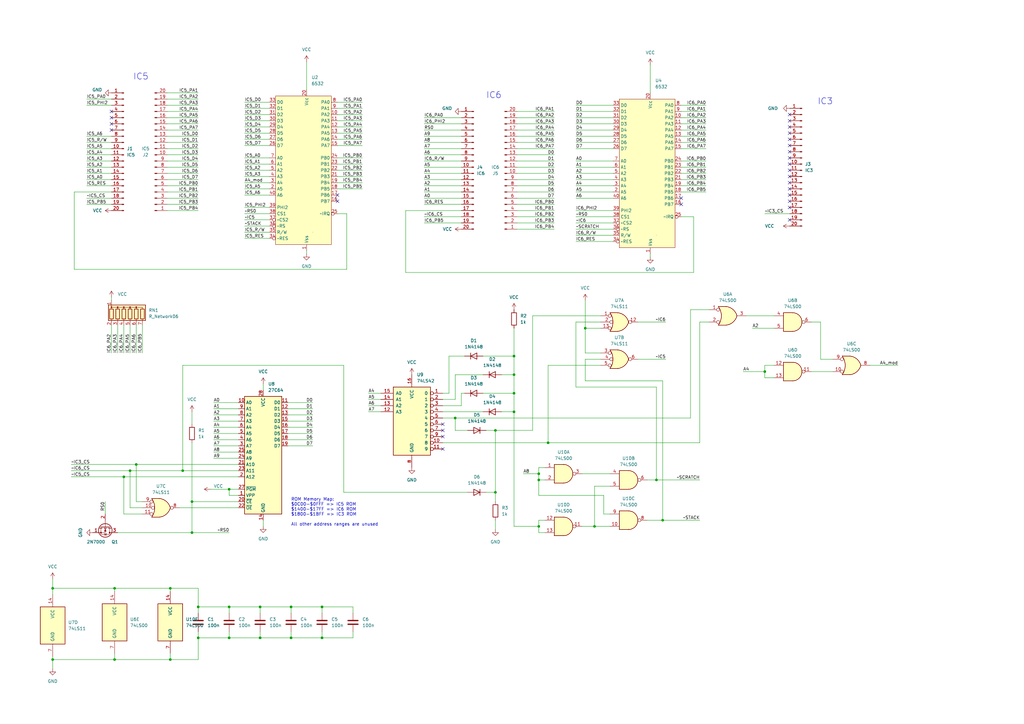
<source format=kicad_sch>
(kicad_sch (version 20211123) (generator eeschema)
  (paper "A3")
  (title_block (title "Allied Leisure 6530 to 6530 adaptor with ROM") (date "2022-01-30") (rev "0") (company "Copyright (C) 2022 Alexis Kotlowy") (comment 1 "https://www.gnu.org/licenses/gpl-3.0.en.html") (comment 2 "Released under the GPL v3 license"))
  (junction (at 106.68 261.62))
  (junction (at 271.78 213.36))
  (junction (at 69.85 270.51))
  (junction (at 186.69 171.45))
  (junction (at 50.8 195.58))
  (junction (at 93.98 200.66))
  (junction (at 210.82 168.91))
  (junction (at 210.82 153.67))
  (junction (at 269.24 196.85))
  (junction (at 81.28 261.62))
  (junction (at 220.98 215.9))
  (junction (at 132.08 248.92))
  (junction (at 46.99 270.51))
  (junction (at 220.98 196.85))
  (junction (at 132.08 261.62))
  (junction (at 220.98 194.31))
  (junction (at 21.59 241.3))
  (junction (at 93.98 248.92))
  (junction (at 210.82 146.05))
  (junction (at 69.85 241.3))
  (junction (at 243.84 215.9))
  (junction (at 21.59 270.51))
  (junction (at 203.2 176.53))
  (junction (at 78.74 205.74))
  (junction (at 46.99 241.3))
  (junction (at 119.38 248.92))
  (junction (at 119.38 261.62))
  (junction (at 81.28 248.92))
  (junction (at 78.74 218.44))
  (junction (at 55.88 190.5))
  (junction (at 106.68 248.92))
  (junction (at 240.03 134.62))
  (junction (at 53.34 193.04))
  (junction (at 313.69 152.4))
  (junction (at 210.82 161.29))
  (junction (at 93.98 261.62))
  (junction (at 74.93 193.04))
  (junction (at 203.2 201.93))
  (junction (at 224.79 181.61))
  (no_connect (at 45.72 53.34))
  (no_connect (at 323.85 46.99))
  (no_connect (at 323.85 54.61))
  (no_connect (at 138.43 82.55))
  (no_connect (at 138.43 80.01))
  (no_connect (at 279.4 83.82))
  (no_connect (at 323.85 64.77))
  (no_connect (at 45.72 50.8))
  (no_connect (at 323.85 52.07))
  (no_connect (at 181.61 179.07))
  (no_connect (at 181.61 184.15))
  (no_connect (at 323.85 72.39))
  (no_connect (at 323.85 49.53))
  (no_connect (at 323.85 74.93))
  (no_connect (at 181.61 173.99))
  (no_connect (at 323.85 82.55))
  (no_connect (at 323.85 85.09))
  (no_connect (at 323.85 80.01))
  (no_connect (at 323.85 62.23))
  (no_connect (at 45.72 45.72))
  (no_connect (at 323.85 59.69))
  (no_connect (at 323.85 77.47))
  (no_connect (at 323.85 57.15))
  (no_connect (at 323.85 90.17))
  (no_connect (at 323.85 69.85))
  (no_connect (at 45.72 48.26))
  (no_connect (at 279.4 81.28))
  (no_connect (at 323.85 67.31))
  (no_connect (at 181.61 176.53))
  (wire (pts (xy 220.98 196.85) (xy 223.52 196.85)))
  (wire (pts (xy 271.78 156.21) (xy 271.78 213.36)))
  (wire (pts (xy 236.22 60.96) (xy 251.46 60.96)))
  (wire (pts (xy 173.99 58.42) (xy 189.23 58.42)))
  (wire (pts (xy 58.42 208.28) (xy 53.34 208.28)))
  (wire (pts (xy 173.99 50.8) (xy 189.23 50.8)))
  (wire (pts (xy 173.99 78.74) (xy 189.23 78.74)))
  (wire (pts (xy 30.48 110.49) (xy 142.24 110.49)))
  (wire (pts (xy 151.13 166.37) (xy 156.21 166.37)))
  (wire (pts (xy 306.07 129.54) (xy 317.5 129.54)))
  (wire (pts (xy 212.09 55.88) (xy 227.33 55.88)))
  (wire (pts (xy 21.59 241.3) (xy 21.59 243.84)))
  (wire (pts (xy 128.27 175.26) (xy 118.11 175.26)))
  (wire (pts (xy 313.69 149.86) (xy 313.69 152.4)))
  (wire (pts (xy 29.21 193.04) (xy 53.34 193.04)))
  (wire (pts (xy 128.27 177.8) (xy 118.11 177.8)))
  (wire (pts (xy 205.74 168.91) (xy 210.82 168.91)))
  (wire (pts (xy 119.38 259.08) (xy 119.38 261.62)))
  (wire (pts (xy 100.33 97.79) (xy 110.49 97.79)))
  (wire (pts (xy 100.33 64.77) (xy 110.49 64.77)))
  (wire (pts (xy 212.09 60.96) (xy 227.33 60.96)))
  (wire (pts (xy 55.88 133.35) (xy 55.88 144.78)))
  (wire (pts (xy 336.55 147.32) (xy 336.55 132.08)))
  (wire (pts (xy 29.21 190.5) (xy 55.88 190.5)))
  (wire (pts (xy 220.98 196.85) (xy 220.98 194.31)))
  (wire (pts (xy 128.27 172.72) (xy 118.11 172.72)))
  (wire (pts (xy 132.08 248.92) (xy 132.08 251.46)))
  (wire (pts (xy 30.48 78.74) (xy 45.72 78.74)))
  (wire (pts (xy 100.33 57.15) (xy 110.49 57.15)))
  (wire (pts (xy 212.09 83.82) (xy 227.33 83.82)))
  (wire (pts (xy 35.56 83.82) (xy 45.72 83.82)))
  (wire (pts (xy 53.34 193.04) (xy 74.93 193.04)))
  (wire (pts (xy 199.39 176.53) (xy 203.2 176.53)))
  (wire (pts (xy 68.58 43.18) (xy 81.28 43.18)))
  (wire (pts (xy 100.33 52.07) (xy 110.49 52.07)))
  (wire (pts (xy 205.74 153.67) (xy 210.82 153.67)))
  (wire (pts (xy 186.69 153.67) (xy 198.12 153.67)))
  (wire (pts (xy 283.21 127) (xy 290.83 127)))
  (wire (pts (xy 236.22 55.88) (xy 251.46 55.88)))
  (wire (pts (xy 220.98 194.31) (xy 220.98 191.77)))
  (wire (pts (xy 279.4 88.9) (xy 284.48 88.9)))
  (wire (pts (xy 68.58 73.66) (xy 81.28 73.66)))
  (wire (pts (xy 151.13 163.83) (xy 156.21 163.83)))
  (wire (pts (xy 173.99 68.58) (xy 189.23 68.58)))
  (wire (pts (xy 236.22 91.44) (xy 251.46 91.44)))
  (wire (pts (xy 58.42 210.82) (xy 50.8 210.82)))
  (wire (pts (xy 100.33 54.61) (xy 110.49 54.61)))
  (wire (pts (xy 35.56 81.28) (xy 45.72 81.28)))
  (wire (pts (xy 236.22 71.12) (xy 251.46 71.12)))
  (wire (pts (xy 128.27 170.18) (xy 118.11 170.18)))
  (wire (pts (xy 243.84 199.39) (xy 243.84 215.9)))
  (wire (pts (xy 173.99 73.66) (xy 189.23 73.66)))
  (wire (pts (xy 125.73 25.4) (xy 125.73 36.83)))
  (wire (pts (xy 308.61 134.62) (xy 317.5 134.62)))
  (wire (pts (xy 173.99 66.04) (xy 189.23 66.04)))
  (wire (pts (xy 236.22 81.28) (xy 251.46 81.28)))
  (wire (pts (xy 93.98 248.92) (xy 106.68 248.92)))
  (wire (pts (xy 81.28 261.62) (xy 81.28 270.51)))
  (wire (pts (xy 279.4 76.2) (xy 289.56 76.2)))
  (wire (pts (xy 140.97 201.93) (xy 191.77 201.93)))
  (wire (pts (xy 240.03 156.21) (xy 240.03 147.32)))
  (wire (pts (xy 73.66 208.28) (xy 97.79 208.28)))
  (wire (pts (xy 81.28 248.92) (xy 93.98 248.92)))
  (wire (pts (xy 317.5 149.86) (xy 313.69 149.86)))
  (wire (pts (xy 106.68 261.62) (xy 93.98 261.62)))
  (wire (pts (xy 186.69 176.53) (xy 186.69 171.45)))
  (wire (pts (xy 87.63 177.8) (xy 97.79 177.8)))
  (wire (pts (xy 203.2 201.93) (xy 203.2 205.74)))
  (wire (pts (xy 138.43 77.47) (xy 148.59 77.47)))
  (wire (pts (xy 100.33 80.01) (xy 110.49 80.01)))
  (wire (pts (xy 279.4 58.42) (xy 289.56 58.42)))
  (wire (pts (xy 107.95 213.36) (xy 107.95 215.9)))
  (wire (pts (xy 173.99 81.28) (xy 189.23 81.28)))
  (wire (pts (xy 106.68 248.92) (xy 119.38 248.92)))
  (wire (pts (xy 271.78 213.36) (xy 287.02 213.36)))
  (wire (pts (xy 68.58 78.74) (xy 81.28 78.74)))
  (wire (pts (xy 68.58 86.36) (xy 81.28 86.36)))
  (wire (pts (xy 119.38 261.62) (xy 106.68 261.62)))
  (wire (pts (xy 144.78 248.92) (xy 144.78 251.46)))
  (wire (pts (xy 212.09 53.34) (xy 227.33 53.34)))
  (wire (pts (xy 173.99 71.12) (xy 189.23 71.12)))
  (wire (pts (xy 138.43 49.53) (xy 148.59 49.53)))
  (wire (pts (xy 50.8 195.58) (xy 97.79 195.58)))
  (wire (pts (xy 58.42 133.35) (xy 58.42 144.78)))
  (wire (pts (xy 68.58 83.82) (xy 81.28 83.82)))
  (wire (pts (xy 238.76 215.9) (xy 243.84 215.9)))
  (wire (pts (xy 138.43 44.45) (xy 148.59 44.45)))
  (wire (pts (xy 81.28 248.92) (xy 81.28 251.46)))
  (wire (pts (xy 100.33 72.39) (xy 110.49 72.39)))
  (wire (pts (xy 279.4 48.26) (xy 289.56 48.26)))
  (wire (pts (xy 93.98 248.92) (xy 93.98 251.46)))
  (wire (pts (xy 100.33 67.31) (xy 110.49 67.31)))
  (wire (pts (xy 81.28 259.08) (xy 81.28 261.62)))
  (wire (pts (xy 138.43 59.69) (xy 148.59 59.69)))
  (wire (pts (xy 236.22 45.72) (xy 251.46 45.72)))
  (wire (pts (xy 87.63 172.72) (xy 97.79 172.72)))
  (wire (pts (xy 236.22 132.08) (xy 246.38 132.08)))
  (wire (pts (xy 266.7 26.67) (xy 266.7 38.1)))
  (wire (pts (xy 68.58 40.64) (xy 81.28 40.64)))
  (wire (pts (xy 50.8 195.58) (xy 50.8 210.82)))
  (wire (pts (xy 220.98 213.36) (xy 220.98 215.9)))
  (wire (pts (xy 212.09 45.72) (xy 227.33 45.72)))
  (wire (pts (xy 173.99 91.44) (xy 189.23 91.44)))
  (wire (pts (xy 106.68 259.08) (xy 106.68 261.62)))
  (wire (pts (xy 106.68 248.92) (xy 106.68 251.46)))
  (wire (pts (xy 269.24 196.85) (xy 287.02 196.85)))
  (wire (pts (xy 100.33 87.63) (xy 110.49 87.63)))
  (wire (pts (xy 100.33 85.09) (xy 110.49 85.09)))
  (wire (pts (xy 100.33 90.17) (xy 110.49 90.17)))
  (wire (pts (xy 279.4 43.18) (xy 289.56 43.18)))
  (wire (pts (xy 218.44 129.54) (xy 246.38 129.54)))
  (wire (pts (xy 45.72 40.64) (xy 35.56 40.64)))
  (wire (pts (xy 138.43 69.85) (xy 148.59 69.85)))
  (wire (pts (xy 21.59 237.49) (xy 21.59 241.3)))
  (wire (pts (xy 138.43 52.07) (xy 148.59 52.07)))
  (wire (pts (xy 341.63 147.32) (xy 336.55 147.32)))
  (wire (pts (xy 46.99 241.3) (xy 69.85 241.3)))
  (wire (pts (xy 271.78 156.21) (xy 240.03 156.21)))
  (wire (pts (xy 247.65 203.2) (xy 220.98 203.2)))
  (wire (pts (xy 138.43 57.15) (xy 148.59 57.15)))
  (wire (pts (xy 227.33 71.12) (xy 212.09 71.12)))
  (wire (pts (xy 125.73 102.87) (xy 125.73 104.14)))
  (wire (pts (xy 265.43 196.85) (xy 269.24 196.85)))
  (wire (pts (xy 87.63 187.96) (xy 97.79 187.96)))
  (wire (pts (xy 173.99 60.96) (xy 189.23 60.96)))
  (wire (pts (xy 236.22 68.58) (xy 251.46 68.58)))
  (wire (pts (xy 212.09 91.44) (xy 227.33 91.44)))
  (wire (pts (xy 173.99 88.9) (xy 189.23 88.9)))
  (wire (pts (xy 68.58 50.8) (xy 81.28 50.8)))
  (wire (pts (xy 53.34 193.04) (xy 53.34 208.28)))
  (wire (pts (xy 74.93 149.86) (xy 140.97 149.86)))
  (wire (pts (xy 181.61 161.29) (xy 184.15 161.29)))
  (wire (pts (xy 198.12 146.05) (xy 210.82 146.05)))
  (wire (pts (xy 151.13 161.29) (xy 156.21 161.29)))
  (wire (pts (xy 29.21 195.58) (xy 50.8 195.58)))
  (wire (pts (xy 68.58 68.58) (xy 81.28 68.58)))
  (wire (pts (xy 279.4 73.66) (xy 289.56 73.66)))
  (wire (pts (xy 287.02 181.61) (xy 287.02 132.08)))
  (wire (pts (xy 68.58 66.04) (xy 81.28 66.04)))
  (wire (pts (xy 87.63 167.64) (xy 97.79 167.64)))
  (wire (pts (xy 100.33 77.47) (xy 110.49 77.47)))
  (wire (pts (xy 128.27 167.64) (xy 118.11 167.64)))
  (wire (pts (xy 261.62 147.32) (xy 273.05 147.32)))
  (wire (pts (xy 212.09 93.98) (xy 227.33 93.98)))
  (wire (pts (xy 212.09 50.8) (xy 227.33 50.8)))
  (wire (pts (xy 128.27 165.1) (xy 118.11 165.1)))
  (wire (pts (xy 173.99 83.82) (xy 189.23 83.82)))
  (wire (pts (xy 21.59 241.3) (xy 46.99 241.3)))
  (wire (pts (xy 166.37 111.76) (xy 284.48 111.76)))
  (wire (pts (xy 35.56 60.96) (xy 45.72 60.96)))
  (wire (pts (xy 265.43 213.36) (xy 271.78 213.36)))
  (wire (pts (xy 119.38 248.92) (xy 132.08 248.92)))
  (wire (pts (xy 35.56 71.12) (xy 45.72 71.12)))
  (wire (pts (xy 236.22 73.66) (xy 251.46 73.66)))
  (wire (pts (xy 100.33 41.91) (xy 110.49 41.91)))
  (wire (pts (xy 247.65 210.82) (xy 247.65 203.2)))
  (wire (pts (xy 68.58 53.34) (xy 81.28 53.34)))
  (wire (pts (xy 224.79 181.61) (xy 224.79 149.86)))
  (wire (pts (xy 181.61 181.61) (xy 224.79 181.61)))
  (wire (pts (xy 173.99 53.34) (xy 189.23 53.34)))
  (wire (pts (xy 119.38 248.92) (xy 119.38 251.46)))
  (wire (pts (xy 46.99 270.51) (xy 69.85 270.51)))
  (wire (pts (xy 332.74 152.4) (xy 341.63 152.4)))
  (wire (pts (xy 266.7 104.14) (xy 266.7 105.41)))
  (wire (pts (xy 279.4 71.12) (xy 289.56 71.12)))
  (wire (pts (xy 236.22 96.52) (xy 251.46 96.52)))
  (wire (pts (xy 186.69 171.45) (xy 283.21 171.45)))
  (wire (pts (xy 236.22 99.06) (xy 251.46 99.06)))
  (wire (pts (xy 100.33 95.25) (xy 110.49 95.25)))
  (wire (pts (xy 279.4 66.04) (xy 289.56 66.04)))
  (wire (pts (xy 173.99 48.26) (xy 189.23 48.26)))
  (wire (pts (xy 45.72 133.35) (xy 45.72 144.78)))
  (wire (pts (xy 68.58 76.2) (xy 81.28 76.2)))
  (wire (pts (xy 236.22 93.98) (xy 251.46 93.98)))
  (wire (pts (xy 269.24 158.75) (xy 269.24 196.85)))
  (wire (pts (xy 100.33 92.71) (xy 110.49 92.71)))
  (wire (pts (xy 199.39 201.93) (xy 203.2 201.93)))
  (wire (pts (xy 132.08 248.92) (xy 144.78 248.92)))
  (wire (pts (xy 74.93 193.04) (xy 97.79 193.04)))
  (wire (pts (xy 35.56 66.04) (xy 45.72 66.04)))
  (wire (pts (xy 227.33 63.5) (xy 212.09 63.5)))
  (wire (pts (xy 35.56 73.66) (xy 45.72 73.66)))
  (wire (pts (xy 87.63 175.26) (xy 97.79 175.26)))
  (wire (pts (xy 128.27 182.88) (xy 118.11 182.88)))
  (wire (pts (xy 243.84 199.39) (xy 250.19 199.39)))
  (wire (pts (xy 227.33 68.58) (xy 212.09 68.58)))
  (wire (pts (xy 68.58 48.26) (xy 81.28 48.26)))
  (wire (pts (xy 203.2 176.53) (xy 218.44 176.53)))
  (wire (pts (xy 236.22 88.9) (xy 251.46 88.9)))
  (wire (pts (xy 68.58 38.1) (xy 81.28 38.1)))
  (wire (pts (xy 210.82 168.91) (xy 210.82 161.29)))
  (wire (pts (xy 214.63 194.31) (xy 220.98 194.31)))
  (wire (pts (xy 68.58 58.42) (xy 81.28 58.42)))
  (wire (pts (xy 173.99 76.2) (xy 189.23 76.2)))
  (wire (pts (xy 132.08 261.62) (xy 144.78 261.62)))
  (wire (pts (xy 93.98 261.62) (xy 81.28 261.62)))
  (wire (pts (xy 142.24 87.63) (xy 138.43 87.63)))
  (wire (pts (xy 138.43 64.77) (xy 148.59 64.77)))
  (wire (pts (xy 69.85 267.97) (xy 69.85 270.51)))
  (wire (pts (xy 173.99 63.5) (xy 189.23 63.5)))
  (wire (pts (xy 35.56 63.5) (xy 45.72 63.5)))
  (wire (pts (xy 140.97 149.86) (xy 140.97 201.93)))
  (wire (pts (xy 68.58 60.96) (xy 81.28 60.96)))
  (wire (pts (xy 212.09 48.26) (xy 227.33 48.26)))
  (wire (pts (xy 58.42 205.74) (xy 55.88 205.74)))
  (wire (pts (xy 287.02 132.08) (xy 290.83 132.08)))
  (wire (pts (xy 220.98 215.9) (xy 220.98 218.44)))
  (wire (pts (xy 279.4 50.8) (xy 289.56 50.8)))
  (wire (pts (xy 69.85 241.3) (xy 69.85 242.57)))
  (wire (pts (xy 191.77 176.53) (xy 186.69 176.53)))
  (wire (pts (xy 184.15 161.29) (xy 184.15 146.05)))
  (wire (pts (xy 35.56 76.2) (xy 45.72 76.2)))
  (wire (pts (xy 166.37 111.76) (xy 166.37 86.36)))
  (wire (pts (xy 138.43 54.61) (xy 148.59 54.61)))
  (wire (pts (xy 151.13 168.91) (xy 156.21 168.91)))
  (wire (pts (xy 35.56 55.88) (xy 45.72 55.88)))
  (wire (pts (xy 55.88 190.5) (xy 97.79 190.5)))
  (wire (pts (xy 78.74 205.74) (xy 78.74 218.44)))
  (wire (pts (xy 68.58 71.12) (xy 81.28 71.12)))
  (wire (pts (xy 100.33 59.69) (xy 110.49 59.69)))
  (wire (pts (xy 279.4 68.58) (xy 289.56 68.58)))
  (wire (pts (xy 203.2 201.93) (xy 203.2 176.53)))
  (wire (pts (xy 53.34 133.35) (xy 53.34 144.78)))
  (wire (pts (xy 227.33 73.66) (xy 212.09 73.66)))
  (wire (pts (xy 236.22 66.04) (xy 251.46 66.04)))
  (wire (pts (xy 45.72 121.92) (xy 45.72 123.19)))
  (wire (pts (xy 21.59 270.51) (xy 21.59 274.32)))
  (wire (pts (xy 236.22 43.18) (xy 251.46 43.18)))
  (wire (pts (xy 128.27 180.34) (xy 118.11 180.34)))
  (wire (pts (xy 21.59 269.24) (xy 21.59 270.51)))
  (wire (pts (xy 69.85 241.3) (xy 81.28 241.3)))
  (wire (pts (xy 81.28 241.3) (xy 81.28 248.92)))
  (wire (pts (xy 227.33 66.04) (xy 212.09 66.04)))
  (wire (pts (xy 181.61 163.83) (xy 186.69 163.83)))
  (wire (pts (xy 78.74 218.44) (xy 93.98 218.44)))
  (wire (pts (xy 189.23 166.37) (xy 189.23 161.29)))
  (wire (pts (xy 93.98 200.66) (xy 93.98 203.2)))
  (wire (pts (xy 283.21 171.45) (xy 283.21 127)))
  (wire (pts (xy 227.33 81.28) (xy 212.09 81.28)))
  (wire (pts (xy 97.79 205.74) (xy 78.74 205.74)))
  (wire (pts (xy 68.58 81.28) (xy 81.28 81.28)))
  (wire (pts (xy 212.09 88.9) (xy 227.33 88.9)))
  (wire (pts (xy 313.69 152.4) (xy 313.69 154.94)))
  (wire (pts (xy 236.22 48.26) (xy 251.46 48.26)))
  (wire (pts (xy 238.76 194.31) (xy 250.19 194.31)))
  (wire (pts (xy 181.61 166.37) (xy 189.23 166.37)))
  (wire (pts (xy 35.56 58.42) (xy 45.72 58.42)))
  (wire (pts (xy 68.58 55.88) (xy 81.28 55.88)))
  (wire (pts (xy 100.33 46.99) (xy 110.49 46.99)))
  (wire (pts (xy 236.22 158.75) (xy 236.22 132.08)))
  (wire (pts (xy 46.99 241.3) (xy 46.99 242.57)))
  (wire (pts (xy 224.79 149.86) (xy 246.38 149.86)))
  (wire (pts (xy 220.98 203.2) (xy 220.98 196.85)))
  (wire (pts (xy 138.43 67.31) (xy 148.59 67.31)))
  (wire (pts (xy 100.33 49.53) (xy 110.49 49.53)))
  (wire (pts (xy 43.18 205.74) (xy 43.18 210.82)))
  (wire (pts (xy 186.69 163.83) (xy 186.69 153.67)))
  (wire (pts (xy 220.98 191.77) (xy 223.52 191.77)))
  (wire (pts (xy 93.98 203.2) (xy 97.79 203.2)))
  (wire (pts (xy 184.15 146.05) (xy 190.5 146.05)))
  (wire (pts (xy 279.4 60.96) (xy 289.56 60.96)))
  (wire (pts (xy 48.26 218.44) (xy 78.74 218.44)))
  (wire (pts (xy 35.56 43.18) (xy 45.72 43.18)))
  (wire (pts (xy 173.99 55.88) (xy 189.23 55.88)))
  (wire (pts (xy 236.22 78.74) (xy 251.46 78.74)))
  (wire (pts (xy 246.38 134.62) (xy 240.03 134.62)))
  (wire (pts (xy 240.03 147.32) (xy 246.38 147.32)))
  (wire (pts (xy 210.82 161.29) (xy 210.82 153.67)))
  (wire (pts (xy 210.82 215.9) (xy 220.98 215.9)))
  (wire (pts (xy 21.59 270.51) (xy 46.99 270.51)))
  (wire (pts (xy 93.98 259.08) (xy 93.98 261.62)))
  (wire (pts (xy 50.8 133.35) (xy 50.8 144.78)))
  (wire (pts (xy 87.63 165.1) (xy 97.79 165.1)))
  (wire (pts (xy 142.24 110.49) (xy 142.24 87.63)))
  (wire (pts (xy 132.08 259.08) (xy 132.08 261.62)))
  (wire (pts (xy 243.84 215.9) (xy 250.19 215.9)))
  (wire (pts (xy 30.48 78.74) (xy 30.48 110.49)))
  (wire (pts (xy 212.09 86.36) (xy 227.33 86.36)))
  (wire (pts (xy 78.74 181.61) (xy 78.74 205.74)))
  (wire (pts (xy 48.26 133.35) (xy 48.26 144.78)))
  (wire (pts (xy 86.36 200.66) (xy 93.98 200.66)))
  (wire (pts (xy 138.43 72.39) (xy 148.59 72.39)))
  (wire (pts (xy 198.12 161.29) (xy 210.82 161.29)))
  (wire (pts (xy 100.33 44.45) (xy 110.49 44.45)))
  (wire (pts (xy 236.22 58.42) (xy 251.46 58.42)))
  (wire (pts (xy 279.4 78.74) (xy 289.56 78.74)))
  (wire (pts (xy 246.38 144.78) (xy 240.03 144.78)))
  (wire (pts (xy 236.22 50.8) (xy 251.46 50.8)))
  (wire (pts (xy 107.95 157.48) (xy 107.95 160.02)))
  (wire (pts (xy 304.8 152.4) (xy 313.69 152.4)))
  (wire (pts (xy 227.33 78.74) (xy 212.09 78.74)))
  (wire (pts (xy 332.74 132.08) (xy 336.55 132.08)))
  (wire (pts (xy 144.78 259.08) (xy 144.78 261.62)))
  (wire (pts (xy 210.82 153.67) (xy 210.82 146.05)))
  (wire (pts (xy 236.22 86.36) (xy 251.46 86.36)))
  (wire (pts (xy 100.33 69.85) (xy 110.49 69.85)))
  (wire (pts (xy 138.43 41.91) (xy 148.59 41.91)))
  (wire (pts (xy 279.4 55.88) (xy 289.56 55.88)))
  (wire (pts (xy 74.93 193.04) (xy 74.93 149.86)))
  (wire (pts (xy 269.24 158.75) (xy 236.22 158.75)))
  (wire (pts (xy 93.98 200.66) (xy 97.79 200.66)))
  (wire (pts (xy 323.85 87.63) (xy 313.69 87.63)))
  (wire (pts (xy 68.58 45.72) (xy 81.28 45.72)))
  (wire (pts (xy 100.33 74.93) (xy 110.49 74.93)))
  (wire (pts (xy 236.22 53.34) (xy 251.46 53.34)))
  (wire (pts (xy 240.03 144.78) (xy 240.03 134.62)))
  (wire (pts (xy 138.43 74.93) (xy 148.59 74.93)))
  (wire (pts (xy 87.63 170.18) (xy 97.79 170.18)))
  (wire (pts (xy 356.87 149.86) (xy 368.3 149.86)))
  (wire (pts (xy 261.62 132.08) (xy 273.05 132.08)))
  (wire (pts (xy 210.82 215.9) (xy 210.82 168.91)))
  (wire (pts (xy 210.82 134.62) (xy 210.82 146.05)))
  (wire (pts (xy 227.33 76.2) (xy 212.09 76.2)))
  (wire (pts (xy 223.52 213.36) (xy 220.98 213.36)))
  (wire (pts (xy 119.38 261.62) (xy 132.08 261.62)))
  (wire (pts (xy 236.22 76.2) (xy 251.46 76.2)))
  (wire (pts (xy 46.99 267.97) (xy 46.99 270.51)))
  (wire (pts (xy 35.56 68.58) (xy 45.72 68.58)))
  (wire (pts (xy 284.48 88.9) (xy 284.48 111.76)))
  (wire (pts (xy 55.88 190.5) (xy 55.88 205.74)))
  (wire (pts (xy 250.19 210.82) (xy 247.65 210.82)))
  (wire (pts (xy 189.23 161.29) (xy 190.5 161.29)))
  (wire (pts (xy 224.79 181.61) (xy 287.02 181.61)))
  (wire (pts (xy 313.69 154.94) (xy 317.5 154.94)))
  (wire (pts (xy 87.63 182.88) (xy 97.79 182.88)))
  (wire (pts (xy 220.98 218.44) (xy 223.52 218.44)))
  (wire (pts (xy 279.4 53.34) (xy 289.56 53.34)))
  (wire (pts (xy 218.44 176.53) (xy 218.44 129.54)))
  (wire (pts (xy 186.69 171.45) (xy 181.61 171.45)))
  (wire (pts (xy 69.85 270.51) (xy 81.28 270.51)))
  (wire (pts (xy 87.63 185.42) (xy 97.79 185.42)))
  (wire (pts (xy 68.58 63.5) (xy 81.28 63.5)))
  (wire (pts (xy 240.03 123.19) (xy 240.03 134.62)))
  (wire (pts (xy 138.43 46.99) (xy 148.59 46.99)))
  (wire (pts (xy 87.63 180.34) (xy 97.79 180.34)))
  (wire (pts (xy 203.2 213.36) (xy 203.2 217.17)))
  (wire (pts (xy 279.4 45.72) (xy 289.56 45.72)))
  (wire (pts (xy 212.09 58.42) (xy 227.33 58.42)))
  (wire (pts (xy 78.74 168.91) (xy 78.74 173.99)))
  (wire (pts (xy 181.61 168.91) (xy 198.12 168.91)))
  (wire (pts (xy 166.37 86.36) (xy 189.23 86.36)))
  (text "ROM Memory Map:\n$0C00-$0FFF => IC5 ROM\n$1400-$17FF => IC6 ROM\n$1800-$1BFF => IC3 ROM\n\nAll other address ranges are unused" (at 119.38 215.9 0) (effects (font (size 1.27 1.27)) (justify left bottom)))
  (text "IC6" (at 199.39 40.64 0) (effects (font (size 2.54 2.54)) (justify left bottom)))
  (text "IC5" (at 54.61 33.02 0) (effects (font (size 2.54 2.54)) (justify left bottom)))
  (text "IC3" (at 335.28 43.18 0) (effects (font (size 2.54 2.54)) (justify left bottom)))
  (label "IC6_PB1" (at 289.56 68.58 180))
  (label "IC6_PA3" (at 289.56 50.8 180))
  (label "A0" (at 173.99 81.28 0))
  (label "~IC6" (at 273.05 132.08 180))
  (label "~RS0" (at 236.22 88.9 0))
  (label "IC5_RES" (at 100.33 97.79 0))
  (label "IC5_R{slash}W" (at 35.56 58.42 0))
  (label "IC5_PA6" (at 148.59 57.15 180))
  (label "IC6_PA5" (at 289.56 55.88 180))
  (label "IC5_A5" (at 35.56 60.96 0))
  (label "IC5_D4" (at 100.33 52.07 0))
  (label "IC5_PHI2" (at 35.56 43.18 0))
  (label "IC6_PB2" (at 289.56 71.12 180))
  (label "IC5_PA2" (at 148.59 46.99 180))
  (label "IC5_PA6" (at 81.28 50.8 180))
  (label "~IC5_CS" (at 29.21 195.58 0))
  (label "D4" (at 128.27 175.26 180))
  (label "IC5_A6" (at 35.56 55.88 0))
  (label "IC5_D4" (at 81.28 66.04 180))
  (label "IC5_PB1" (at 148.59 67.31 180))
  (label "D1" (at 236.22 45.72 0))
  (label "A3" (at 87.63 172.72 0))
  (label "IC5_PHI2" (at 100.33 85.09 0))
  (label "IC6_PB4" (at 227.33 93.98 180))
  (label "~RS0" (at 100.33 87.63 0))
  (label "IC5_PA0" (at 148.59 41.91 180))
  (label "IC5_PA5" (at 148.59 54.61 180))
  (label "IC5_PB2" (at 148.59 69.85 180))
  (label "IC5_PA7" (at 148.59 59.69 180))
  (label "A0" (at 236.22 66.04 0))
  (label "IC6_PB0" (at 289.56 66.04 180))
  (label "IC5_A1" (at 100.33 67.31 0))
  (label "RS0" (at 43.18 205.74 270))
  (label "~IC5" (at 100.33 90.17 0))
  (label "IC5_PB3" (at 148.59 72.39 180))
  (label "IC5_PA4" (at 81.28 45.72 180))
  (label "D3" (at 236.22 50.8 0))
  (label "D2" (at 227.33 68.58 180))
  (label "IC5_PB4" (at 81.28 86.36 180))
  (label "D6" (at 128.27 180.34 180))
  (label "IC5_PA2" (at 81.28 40.64 180))
  (label "IC5_D5" (at 81.28 68.58 180))
  (label "~IC6_CS" (at 29.21 193.04 0))
  (label "IC6_PA1" (at 289.56 45.72 180))
  (label "IC6_PA0" (at 289.56 43.18 180))
  (label "IC6_R{slash}W" (at 236.22 96.52 0))
  (label "A4" (at 173.99 71.12 0))
  (label "IC5_D1" (at 81.28 58.42 180))
  (label "IC6_PB3" (at 227.33 91.44 180))
  (label "D0" (at 236.22 43.18 0))
  (label "IC6_RES" (at 173.99 83.82 0))
  (label "D7" (at 236.22 60.96 0))
  (label "D7" (at 227.33 81.28 180))
  (label "~SCRATCH" (at 287.02 196.85 180))
  (label "D1" (at 128.27 167.64 180))
  (label "IC5_D3" (at 81.28 63.5 180))
  (label "IC5_D6" (at 100.33 57.15 0))
  (label "A2" (at 87.63 170.18 0))
  (label "D6" (at 227.33 78.74 180))
  (label "IC5_D2" (at 81.28 60.96 180))
  (label "D6" (at 236.22 58.42 0))
  (label "A4" (at 87.63 175.26 0))
  (label "IC5_A3" (at 100.33 72.39 0))
  (label "IC5_D7" (at 100.33 59.69 0))
  (label "~RS0" (at 93.98 218.44 180))
  (label "IC5_PB4" (at 148.59 74.93 180))
  (label "~IC5" (at 273.05 147.32 180))
  (label "D5" (at 236.22 55.88 0))
  (label "IC6_PA4" (at 50.8 144.78 90))
  (label "IC6_PA7" (at 289.56 60.96 180))
  (label "IC6_PA5" (at 227.33 55.88 180))
  (label "~SCRATCH" (at 236.22 93.98 0))
  (label "D4" (at 236.22 53.34 0))
  (label "A2" (at 308.61 134.62 0))
  (label "IC5_PB5" (at 148.59 77.47 180))
  (label "D2" (at 128.27 170.18 180))
  (label "~IC6" (at 236.22 91.44 0))
  (label "IC6_PB3" (at 289.56 73.66 180))
  (label "A3" (at 173.99 73.66 0))
  (label "IC5_A3" (at 35.56 66.04 0))
  (label "A6" (at 87.63 180.34 0))
  (label "IC6_PHI2" (at 236.22 86.36 0))
  (label "IC5_D2" (at 100.33 46.99 0))
  (label "IC6_PA1" (at 227.33 45.72 180))
  (label "~IC3_CS" (at 313.69 87.63 0))
  (label "A4" (at 151.13 161.29 0))
  (label "IC5_A0" (at 100.33 64.77 0))
  (label "~STACK" (at 287.02 213.36 180))
  (label "IC5_D0" (at 81.28 55.88 180))
  (label "A0" (at 87.63 165.1 0))
  (label "D2" (at 236.22 48.26 0))
  (label "A9" (at 173.99 55.88 0))
  (label "IC6_RES" (at 236.22 99.06 0))
  (label "A6" (at 173.99 63.5 0))
  (label "A7" (at 173.99 60.96 0))
  (label "A1" (at 87.63 167.64 0))
  (label "IC6_PA4" (at 289.56 53.34 180))
  (label "A8" (at 87.63 185.42 0))
  (label "IC6_PB5" (at 289.56 78.74 180))
  (label "D1" (at 227.33 66.04 180))
  (label "A2" (at 173.99 76.2 0))
  (label "IC6_PA5" (at 53.34 144.78 90))
  (label "IC6_PB0" (at 227.33 83.82 180))
  (label "IC5_A5" (at 100.33 77.47 0))
  (label "A8" (at 173.99 58.42 0))
  (label "A3" (at 236.22 73.66 0))
  (label "IC6_PHI2" (at 173.99 50.8 0))
  (label "D5" (at 227.33 76.2 180))
  (label "A1" (at 173.99 78.74 0))
  (label "A6" (at 236.22 81.28 0))
  (label "IC5_D3" (at 100.33 49.53 0))
  (label "IC6_PA4" (at 227.33 53.34 180))
  (label "D4" (at 227.33 73.66 180))
  (label "IC5_A2" (at 100.33 69.85 0))
  (label "IC6_PB5" (at 58.42 144.78 90))
  (label "IC5_RES" (at 35.56 76.2 0))
  (label "IC5_PA1" (at 148.59 44.45 180))
  (label "A1" (at 236.22 68.58 0))
  (label "IC6_PA3" (at 227.33 50.8 180))
  (label "D5" (at 128.27 177.8 180))
  (label "IC6_PA2" (at 45.72 144.78 90))
  (label "A4_mod" (at 368.3 149.86 180))
  (label "IC5_A2" (at 35.56 68.58 0))
  (label "D0" (at 227.33 63.5 180))
  (label "IC6_PA2" (at 289.56 48.26 180))
  (label "IC5_PB0" (at 148.59 64.77 180))
  (label "D7" (at 128.27 182.88 180))
  (label "RS0" (at 173.99 53.34 0))
  (label "~IC6_CS" (at 173.99 88.9 0))
  (label "IC6_PA6" (at 55.88 144.78 90))
  (label "IC5_PB3" (at 81.28 83.82 180))
  (label "IC6_PA0" (at 173.99 48.26 0))
  (label "A8" (at 214.63 194.31 0))
  (label "D0" (at 128.27 165.1 180))
  (label "IC6_PA6" (at 289.56 58.42 180))
  (label "A5" (at 151.13 163.83 0))
  (label "IC5_PA3" (at 81.28 43.18 180))
  (label "A4_mod" (at 100.33 74.93 0))
  (label "IC5_PA1" (at 81.28 38.1 180))
  (label "A4" (at 304.8 152.4 0))
  (label "D3" (at 128.27 172.72 180))
  (label "D3" (at 227.33 71.12 180))
  (label "IC5_PB1" (at 81.28 78.74 180))
  (label "IC6_PB5" (at 173.99 91.44 0))
  (label "IC5_D6" (at 81.28 71.12 180))
  (label "A5" (at 236.22 78.74 0))
  (label "IC5_A1" (at 35.56 71.12 0))
  (label "~STACK" (at 100.33 92.71 0))
  (label "A5" (at 87.63 177.8 0))
  (label "A7" (at 87.63 182.88 0))
  (label "~IC3_CS" (at 29.21 190.5 0))
  (label "IC5_A4" (at 35.56 63.5 0))
  (label "IC5_PA4" (at 148.59 52.07 180))
  (label "~IC5_CS" (at 35.56 81.28 0))
  (label "IC6_PA7" (at 227.33 60.96 180))
  (label "IC5_A0" (at 35.56 73.66 0))
  (label "IC5_PB2" (at 81.28 81.28 180))
  (label "A6" (at 151.13 166.37 0))
  (label "IC5_PB5" (at 35.56 83.82 0))
  (label "A5" (at 173.99 68.58 0))
  (label "IC6_PA2" (at 227.33 48.26 180))
  (label "IC5_R{slash}W" (at 100.33 95.25 0))
  (label "IC5_D7" (at 81.28 73.66 180))
  (label "IC5_PA0" (at 35.56 40.64 0))
  (label "A2" (at 236.22 71.12 0))
  (label "IC5_PA3" (at 148.59 49.53 180))
  (label "A7" (at 151.13 168.91 0))
  (label "A4" (at 236.22 76.2 0))
  (label "IC5_PA7" (at 81.28 53.34 180))
  (label "A9" (at 87.63 187.96 0))
  (label "IC5_A6" (at 100.33 80.01 0))
  (label "IC6_R{slash}W" (at 173.99 66.04 0))
  (label "IC6_PA3" (at 48.26 144.78 90))
  (label "IC5_PA5" (at 81.28 48.26 180))
  (label "IC5_D1" (at 100.33 44.45 0))
  (label "IC6_PB2" (at 227.33 88.9 180))
  (label "IC6_PB1" (at 227.33 86.36 180))
  (label "IC5_D5" (at 100.33 54.61 0))
  (label "IC6_PB4" (at 289.56 76.2 180))
  (label "IC5_D0" (at 100.33 41.91 0))
  (label "IC6_PA6" (at 227.33 58.42 180))
  (label "IC5_PB0" (at 81.28 76.2 180))
  (symbol (lib_id "power:VCC") (at 240.03 123.19 0) (unit 1)
    (property "Reference" "#PWR013" (effects hide))
    (property "Value" "VCC" (at 240.03 118.11 0))
  )
  (symbol (lib_id "MOS:6532") (at 125.73 67.31 0) (unit 1)
    (property "Reference" "U2" (at 127.7494 31.75 0) (effects (justify left)))
    (property "Value" "6532" (at 127.7494 34.29 0) (effects (justify left)))
    (property "Footprint" "Package_DIP:DIP-40_W15.24mm_Socket_LongPads" (effects hide))
  )
  (symbol (lib_id "74xx:74LS00") (at 231.14 194.31 0) (unit 1)
    (property "Reference" "U10" (at 231.14 185.42 0))
    (property "Value" "74LS00" (at 231.14 187.96 0))
    (property "Footprint" "Package_DIP:DIP-14_W7.62mm_Socket_LongPads" (effects hide))
    (property "Datasheet" "http://www.ti.com/lit/gpn/sn74ls00" (effects hide))
  )
  (symbol (lib_id "Device:C") (at 81.28 255.27 0) (unit 1)
    (property "Reference" "C1" (at 85.09 253.9999 0) (effects (justify left)))
    (property "Value" "100n" (at 85.09 256.5399 0) (effects (justify left)))
    (property "Footprint" "Capacitor_THT:C_Disc_D5.0mm_W2.5mm_P5.00mm" (effects hide))
  )
  (symbol (lib_id "power:VCC") (at 168.91 153.67 0) (unit 1)
    (property "Reference" "#PWR017" (effects hide))
    (property "Value" "VCC" (at 168.91 148.59 0))
  )
  (symbol (lib_id "74xx:74LS00") (at 46.99 255.27 0) (unit 5)
    (property "Reference" "U6" (at 53.34 253.9999 0) (effects (justify left)))
    (property "Value" "74LS00" (at 53.34 256.5399 0) (effects (justify left)))
    (property "Footprint" "Package_DIP:DIP-14_W7.62mm_Socket_LongPads" (effects hide))
    (property "Datasheet" "http://www.ti.com/lit/gpn/sn74ls00" (effects hide))
  )
  (symbol (lib_id "power:VCC") (at 86.36 200.66 90) (unit 1)
    (property "Reference" "#PWR018" (effects hide))
    (property "Value" "VCC" (at 87.63 199.39 90) (effects (justify right)))
  )
  (symbol (lib_id "74xx:74LS00") (at 231.14 215.9 0) (unit 4)
    (property "Reference" "U10" (at 231.14 207.01 0))
    (property "Value" "74LS00" (at 231.14 209.55 0))
    (property "Footprint" "Package_DIP:DIP-14_W7.62mm_Socket_LongPads" (effects hide))
    (property "Datasheet" "http://www.ti.com/lit/gpn/sn74ls00" (effects hide))
  )
  (symbol (lib_id "power:VCC") (at 45.72 86.36 90) (unit 1)
    (property "Reference" "#PWR03" (effects hide))
    (property "Value" "VCC" (at 41.91 86.3599 90) (effects (justify left)))
  )
  (symbol (lib_id "power:GND") (at 323.85 44.45 270) (unit 1)
    (property "Reference" "#PWR05" (effects hide))
    (property "Value" "GND" (at 314.96 44.45 90) (effects (justify left)))
  )
  (symbol (lib_id "power:GND") (at 38.1 218.44 270) (unit 1)
    (property "Reference" "#PWR020" (effects hide))
    (property "Value" "GND" (at 33.02 218.44 0))
  )
  (symbol (lib_id "Device:D") (at 194.31 146.05 0) (unit 1)
    (property "Reference" "D1" (at 194.31 139.7 0))
    (property "Value" "1N4148" (at 194.31 142.24 0))
    (property "Footprint" "Diode_THT:D_DO-34_SOD68_P7.62mm_Horizontal" (effects hide))
  )
  (symbol (lib_id "Connector:Conn_01x20_Male") (at 194.31 68.58 0) (mirror y) (unit 1)
    (property "Reference" "J4" (at 195.58 68.5799 0) (effects (justify right)))
    (property "Value" "IC6" (at 195.58 71.1199 0) (effects (justify right)))
    (property "Footprint" "Connector_PinHeader_2.54mm:PinHeader_1x20_P2.54mm_Vertical" (effects hide))
  )
  (symbol (lib_id "power:GND") (at 125.73 104.14 0) (unit 1)
    (property "Reference" "#PWR07" (effects hide))
    (property "Value" "GND" (at 125.73 109.22 0))
  )
  (symbol (lib_id "power:VCC") (at 125.73 25.4 0) (unit 1)
    (property "Reference" "#PWR01" (effects hide))
    (property "Value" "VCC" (at 125.73 20.32 0))
  )
  (symbol (lib_id "power:GND") (at 189.23 45.72 270) (unit 1)
    (property "Reference" "#PWR08" (effects hide))
    (property "Value" "GND" (at 185.42 44.45 90) (effects (justify right)))
  )
  (symbol (lib_id "Connector:Conn_01x20_Male") (at 63.5 63.5 0) (mirror x) (unit 1)
    (property "Reference" "J2" (at 59.69 63.5 0))
    (property "Value" "IC5" (at 59.69 60.96 0))
    (property "Footprint" "Connector_PinHeader_2.54mm:PinHeader_1x20_P2.54mm_Vertical" (effects hide))
  )
  (symbol (lib_id "power:GND") (at 266.7 105.41 0) (unit 1)
    (property "Reference" "#PWR09" (effects hide))
    (property "Value" "GND" (at 266.7 110.49 0))
  )
  (symbol (lib_id "power:VCC") (at 210.82 127 0) (unit 1)
    (property "Reference" "#PWR015" (effects hide))
    (property "Value" "VCC" (at 210.82 121.92 0))
  )
  (symbol (lib_id "Device:C") (at 119.38 255.27 0) (unit 1)
    (property "Reference" "C4" (at 123.19 253.9999 0) (effects (justify left)))
    (property "Value" "100n" (at 123.19 256.5399 0) (effects (justify left)))
    (property "Footprint" "Capacitor_THT:C_Disc_D5.0mm_W2.5mm_P5.00mm" (effects hide))
  )
  (symbol (lib_id "Connector:Conn_01x20_Male") (at 207.01 71.12 0) (mirror x) (unit 1)
    (property "Reference" "J5" (at 203.2 71.12 0))
    (property "Value" "IC6" (at 203.2 68.58 0))
    (property "Footprint" "Connector_PinHeader_2.54mm:PinHeader_1x20_P2.54mm_Vertical" (effects hide))
  )
  (symbol (lib_id "Device:R_Network06") (at 53.34 128.27 0) (unit 1)
    (property "Reference" "RN1" (at 60.96 127.2539 0) (effects (justify left)))
    (property "Value" "R_Network06" (at 60.96 129.7939 0) (effects (justify left)))
    (property "Footprint" "Resistor_THT:R_Array_SIP7" (effects hide))
    (property "Datasheet" "http://www.vishay.com/docs/31509/csc.pdf" (effects hide))
  )
  (symbol (lib_id "74xx:74LS11") (at 21.59 256.54 0) (unit 4)
    (property "Reference" "U7" (at 27.94 255.2699 0) (effects (justify left)))
    (property "Value" "74LS11" (at 27.94 257.8099 0) (effects (justify left)))
    (property "Footprint" "Package_DIP:DIP-14_W7.62mm_Socket_LongPads" (effects hide))
    (property "Datasheet" "http://www.ti.com/lit/gpn/sn74LS11" (effects hide))
  )
  (symbol (lib_id "power:GND") (at 21.59 274.32 0) (unit 1)
    (property "Reference" "#PWR016" (effects hide))
    (property "Value" "GND" (at 21.59 279.4 0))
  )
  (symbol (lib_id "74xx:74LS00") (at 257.81 213.36 0) (unit 3)
    (property "Reference" "U10" (at 257.81 204.47 0))
    (property "Value" "74LS00" (at 257.81 207.01 0))
    (property "Footprint" "Package_DIP:DIP-14_W7.62mm_Socket_LongPads" (effects hide))
    (property "Datasheet" "http://www.ti.com/lit/gpn/sn74ls00" (effects hide))
  )
  (symbol (lib_id "power:VCC") (at 189.23 93.98 90) (unit 1)
    (property "Reference" "#PWR04" (effects hide))
    (property "Value" "VCC" (at 185.42 93.9799 90) (effects (justify left)))
  )
  (symbol (lib_id "power:GND") (at 45.72 38.1 270) (unit 1)
    (property "Reference" "#PWR06" (effects hide))
    (property "Value" "GND" (at 41.91 36.83 90) (effects (justify right)))
  )
  (symbol (lib_id "power:GND") (at 168.91 191.77 0) (unit 1)
    (property "Reference" "#PWR021" (effects hide))
    (property "Value" "GND" (at 168.91 196.85 0))
  )
  (symbol (lib_id "Device:C") (at 106.68 255.27 0) (unit 1)
    (property "Reference" "C3" (at 110.49 253.9999 0) (effects (justify left)))
    (property "Value" "100n" (at 110.49 256.5399 0) (effects (justify left)))
    (property "Footprint" "Capacitor_THT:C_Disc_D5.0mm_W2.5mm_P5.00mm" (effects hide))
  )
  (symbol (lib_id "74xx:74LS42") (at 168.91 171.45 0) (unit 1)
    (property "Reference" "U9" (at 170.9294 153.67 0) (effects (justify left)))
    (property "Value" "74LS42" (at 170.9294 156.21 0) (effects (justify left)))
    (property "Footprint" "Package_DIP:DIP-16_W7.62mm_Socket_LongPads" (effects hide))
    (property "Datasheet" "http://www.ti.com/lit/gpn/sn74LS42" (effects hide))
  )
  (symbol (lib_id "Connector:Conn_01x20_Male") (at 50.8 60.96 0) (mirror y) (unit 1)
    (property "Reference" "J1" (at 52.07 60.9599 0) (effects (justify right)))
    (property "Value" "IC5" (at 52.07 63.4999 0) (effects (justify right)))
    (property "Footprint" "Connector_PinHeader_2.54mm:PinHeader_1x20_P2.54mm_Vertical" (effects hide))
  )
  (symbol (lib_id "74xx:74LS00") (at 325.12 152.4 0) (unit 4)
    (property "Reference" "U6" (at 325.12 143.51 0))
    (property "Value" "74LS00" (at 325.12 146.05 0))
    (property "Footprint" "Package_DIP:DIP-14_W7.62mm_Socket_LongPads" (effects hide))
    (property "Datasheet" "http://www.ti.com/lit/gpn/sn74ls00" (effects hide))
  )
  (symbol (lib_id "Device:D") (at 194.31 161.29 0) (unit 1)
    (property "Reference" "D3" (at 194.31 154.94 0))
    (property "Value" "1N4148" (at 194.31 157.48 0))
    (property "Footprint" "Diode_THT:D_DO-34_SOD68_P7.62mm_Horizontal" (effects hide))
  )
  (symbol (lib_id "Memory_EPROM:27C64") (at 107.95 185.42 0) (unit 1)
    (property "Reference" "U8" (at 109.9694 157.48 0) (effects (justify left)))
    (property "Value" "27C64" (at 109.9694 160.02 0) (effects (justify left)))
    (property "Footprint" "Package_DIP:DIP-28_W15.24mm_Socket_LongPads" (effects hide))
    (property "Datasheet" "http://ww1.microchip.com/downloads/en/DeviceDoc/11107M.pdf" (effects hide))
  )
  (symbol (lib_id "power:VCC") (at 45.72 121.92 0) (unit 1)
    (property "Reference" "#PWR0101" (effects hide))
    (property "Value" "VCC" (at 48.26 120.6499 0) (effects (justify left)))
  )
  (symbol (lib_id "Device:C") (at 93.98 255.27 0) (unit 1)
    (property "Reference" "C2" (at 97.79 253.9999 0) (effects (justify left)))
    (property "Value" "100n" (at 97.79 256.5399 0) (effects (justify left)))
    (property "Footprint" "Capacitor_THT:C_Disc_D5.0mm_W2.5mm_P5.00mm" (effects hide))
  )
  (symbol (lib_id "Device:R") (at 210.82 130.81 0) (unit 1)
    (property "Reference" "R2" (at 213.36 129.5399 0) (effects (justify left)))
    (property "Value" "1k" (at 213.36 132.0799 0) (effects (justify left)))
    (property "Footprint" "Resistor_THT:R_Axial_DIN0207_L6.3mm_D2.5mm_P10.16mm_Horizontal" (effects hide))
  )
  (symbol (lib_id "Device:R") (at 78.74 177.8 0) (unit 1)
    (property "Reference" "R1" (at 81.28 176.5299 0) (effects (justify left)))
    (property "Value" "1k" (at 81.28 179.0699 0) (effects (justify left)))
    (property "Footprint" "Resistor_THT:R_Axial_DIN0207_L6.3mm_D2.5mm_P10.16mm_Horizontal" (effects hide))
  )
  (symbol (lib_id "power:VCC") (at 107.95 157.48 0) (unit 1)
    (property "Reference" "#PWR012" (effects hide))
    (property "Value" "VCC" (at 107.95 152.4 0))
  )
  (symbol (lib_id "Device:D") (at 195.58 176.53 180) (unit 1)
    (property "Reference" "D5" (at 195.58 170.18 0))
    (property "Value" "1N4148" (at 195.58 172.72 0))
    (property "Footprint" "Diode_THT:D_DO-34_SOD68_P7.62mm_Horizontal" (effects hide))
  )
  (symbol (lib_id "power:VCC") (at 323.85 92.71 90) (unit 1)
    (property "Reference" "#PWR010" (effects hide))
    (property "Value" "VCC" (at 313.69 92.71 90) (effects (justify right)))
  )
  (symbol (lib_id "74xx:74LS00") (at 69.85 255.27 0) (unit 5)
    (property "Reference" "U10" (at 76.2 253.9999 0) (effects (justify left)))
    (property "Value" "74LS00" (at 76.2 256.5399 0) (effects (justify left)))
    (property "Footprint" "Package_DIP:DIP-14_W7.62mm_Socket_LongPads" (effects hide))
    (property "Datasheet" "http://www.ti.com/lit/gpn/sn74ls00" (effects hide))
  )
  (symbol (lib_id "power:GND") (at 107.95 215.9 0) (unit 1)
    (property "Reference" "#PWR019" (effects hide))
    (property "Value" "GND" (at 107.95 220.98 0))
  )
  (symbol (lib_id "power:VCC") (at 21.59 237.49 0) (unit 1)
    (property "Reference" "#PWR011" (effects hide))
    (property "Value" "VCC" (at 21.59 232.41 0))
  )
  (symbol (lib_id "74xx:74LS11") (at 66.04 208.28 0) (unit 3) (convert 2)
    (property "Reference" "U7" (at 66.04 199.39 0))
    (property "Value" "74LS11" (at 66.04 201.93 0))
    (property "Footprint" "Package_DIP:DIP-14_W7.62mm_Socket_LongPads" (effects hide))
    (property "Datasheet" "http://www.ti.com/lit/gpn/sn74LS11" (effects hide))
  )
  (symbol (lib_id "MOS:6532") (at 266.7 68.58 0) (unit 1)
    (property "Reference" "U4" (at 268.7194 33.02 0) (effects (justify left)))
    (property "Value" "6532" (at 268.7194 35.56 0) (effects (justify left)))
    (property "Footprint" "Package_DIP:DIP-40_W15.24mm_Socket_LongPads" (effects hide))
  )
  (symbol (lib_id "74xx:74LS00") (at 349.25 149.86 0) (unit 3) (convert 2)
    (property "Reference" "U6" (at 349.25 140.97 0))
    (property "Value" "74LS00" (at 349.25 143.51 0))
    (property "Footprint" "Package_DIP:DIP-14_W7.62mm_Socket_LongPads" (effects hide))
    (property "Datasheet" "http://www.ti.com/lit/gpn/sn74ls00" (effects hide))
  )
  (symbol (lib_id "74xx:74LS00") (at 325.12 132.08 0) (unit 2)
    (property "Reference" "U6" (at 325.12 123.19 0))
    (property "Value" "74LS00" (at 325.12 125.73 0))
    (property "Footprint" "Package_DIP:DIP-14_W7.62mm_Socket_LongPads" (effects hide))
    (property "Datasheet" "http://www.ti.com/lit/gpn/sn74ls00" (effects hide))
  )
  (symbol (lib_id "power:VCC") (at 266.7 26.67 0) (unit 1)
    (property "Reference" "#PWR02" (effects hide))
    (property "Value" "VCC" (at 266.7 21.59 0))
  )
  (symbol (lib_id "power:VCC") (at 78.74 168.91 0) (unit 1)
    (property "Reference" "#PWR014" (effects hide))
    (property "Value" "VCC" (at 78.74 163.83 0))
  )
  (symbol (lib_id "74xx:74LS11") (at 254 132.08 0) (unit 1) (convert 2)
    (property "Reference" "U7" (at 254 123.19 0))
    (property "Value" "74LS11" (at 254 125.73 0))
    (property "Footprint" "Package_DIP:DIP-14_W7.62mm_Socket_LongPads" (effects hide))
    (property "Datasheet" "http://www.ti.com/lit/gpn/sn74LS11" (effects hide))
  )
  (symbol (lib_id "74xx:74LS00") (at 298.45 129.54 0) (unit 1) (convert 2)
    (property "Reference" "U6" (at 298.45 120.65 0))
    (property "Value" "74LS00" (at 298.45 123.19 0))
    (property "Footprint" "Package_DIP:DIP-14_W7.62mm_Socket_LongPads" (effects hide))
    (property "Datasheet" "http://www.ti.com/lit/gpn/sn74ls00" (effects hide))
  )
  (symbol (lib_id "Device:D") (at 201.93 153.67 0) (unit 1)
    (property "Reference" "D2" (at 201.93 147.32 0))
    (property "Value" "1N4148" (at 201.93 149.86 0))
    (property "Footprint" "Diode_THT:D_DO-34_SOD68_P7.62mm_Horizontal" (effects hide))
  )
  (symbol (lib_id "Device:C") (at 144.78 255.27 0) (unit 1)
    (property "Reference" "C6" (at 148.59 253.9999 0) (effects (justify left)))
    (property "Value" "100n" (at 148.59 256.5399 0) (effects (justify left)))
    (property "Footprint" "Capacitor_THT:C_Disc_D5.0mm_W2.5mm_P5.00mm" (effects hide))
  )
  (symbol (lib_id "Device:D") (at 201.93 168.91 0) (unit 1)
    (property "Reference" "D4" (at 201.93 162.56 0))
    (property "Value" "1N4148" (at 201.93 165.1 0))
    (property "Footprint" "Diode_THT:D_DO-34_SOD68_P7.62mm_Horizontal" (effects hide))
  )
  (symbol (lib_id "Device:C") (at 132.08 255.27 0) (unit 1)
    (property "Reference" "C5" (at 135.89 253.9999 0) (effects (justify left)))
    (property "Value" "100n" (at 135.89 256.5399 0) (effects (justify left)))
    (property "Footprint" "Capacitor_THT:C_Disc_D5.0mm_W2.5mm_P5.00mm" (effects hide))
  )
  (symbol (lib_id "Device:R") (at 203.2 209.55 0) (unit 1)
    (property "Reference" "R3" (at 205.74 208.2799 0) (effects (justify left)))
    (property "Value" "1k" (at 205.74 210.8199 0) (effects (justify left)))
    (property "Footprint" "Resistor_THT:R_Axial_DIN0207_L6.3mm_D2.5mm_P10.16mm_Horizontal" (effects hide))
  )
  (symbol (lib_id "power:GND") (at 203.2 217.17 0) (unit 1)
    (property "Reference" "#PWR022" (effects hide))
    (property "Value" "GND" (at 203.2 222.25 0))
  )
  (symbol (lib_id "Transistor_FET:2N7000") (at 43.18 215.9 270) (unit 1)
    (property "Reference" "Q1" (at 45.72 222.25 90) (effects (justify left)))
    (property "Value" "2N7000" (at 35.56 222.25 90) (effects (justify left)))
    (property "Footprint" "Package_TO_SOT_THT:TO-92L_Inline_Wide" (effects hide))
    (property "Datasheet" "https://www.onsemi.com/pub/Collateral/NDS7002A-D.PDF" (effects hide))
  )
  (symbol (lib_id "74xx:74LS00") (at 257.81 196.85 0) (unit 2)
    (property "Reference" "U10" (at 257.81 187.96 0))
    (property "Value" "74LS00" (at 257.81 190.5 0))
    (property "Footprint" "Package_DIP:DIP-14_W7.62mm_Socket_LongPads" (effects hide))
    (property "Datasheet" "http://www.ti.com/lit/gpn/sn74ls00" (effects hide))
  )
  (symbol (lib_id "74xx:74LS11") (at 254 147.32 0) (unit 2) (convert 2)
    (property "Reference" "U7" (at 254 138.43 0))
    (property "Value" "74LS11" (at 254 140.97 0))
    (property "Footprint" "Package_DIP:DIP-14_W7.62mm_Socket_LongPads" (effects hide))
    (property "Datasheet" "http://www.ti.com/lit/gpn/sn74LS11" (effects hide))
  )
  (symbol (lib_id "Connector:Conn_01x20_Male") (at 328.93 67.31 0) (mirror y) (unit 1)
    (property "Reference" "J3" (at 330.2 67.3099 0) (effects (justify right)))
    (property "Value" "IC3" (at 330.2 69.8499 0) (effects (justify right)))
    (property "Footprint" "Connector_PinHeader_2.54mm:PinHeader_1x20_P2.54mm_Vertical" (effects hide))
  )
  (symbol (lib_id "Device:D") (at 195.58 201.93 180) (unit 1)
    (property "Reference" "D6" (at 195.58 195.58 0))
    (property "Value" "1N4148" (at 195.58 198.12 0))
    (property "Footprint" "Diode_THT:D_DO-34_SOD68_P7.62mm_Horizontal" (effects hide))
  )
)
</source>
